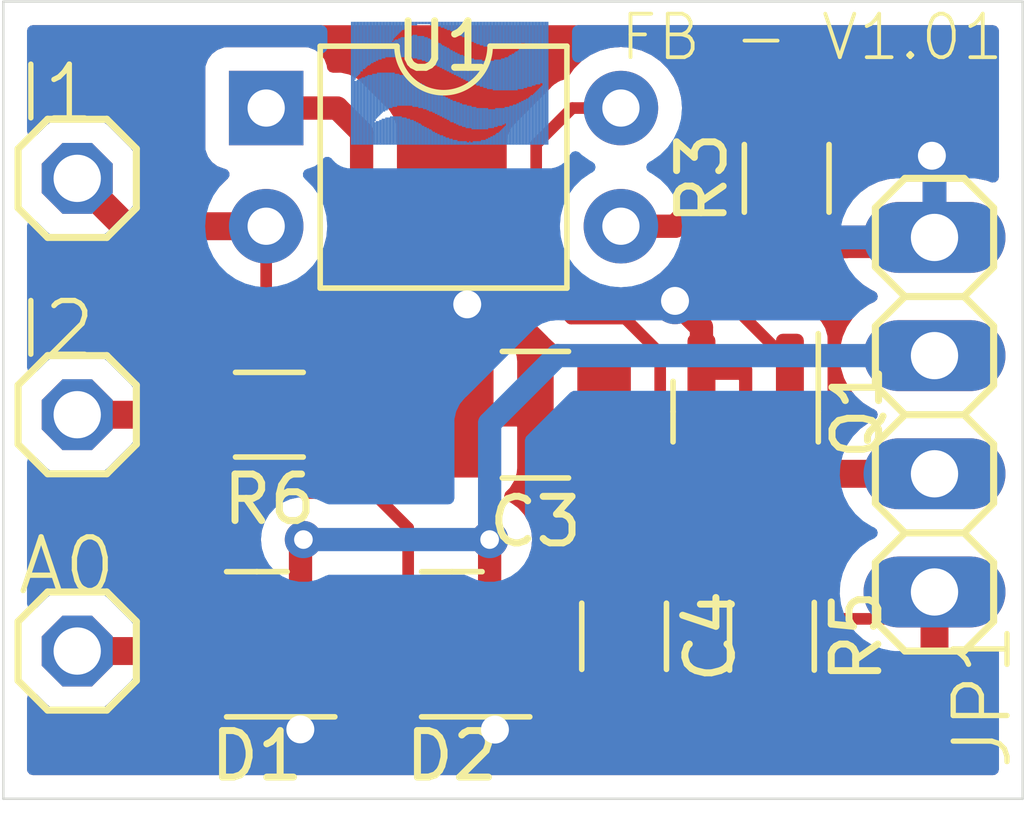
<source format=kicad_pcb>
(kicad_pcb (version 20211014) (generator pcbnew)
  (layers (0 "F.Cu" signal) (31 "B.Cu" signal) (34 "B.Paste" user) (35 "F.Paste" user) (36 "B.SilkS" user "B.Silkscreen") (37 "F.SilkS" user "F.Silkscreen") (38 "B.Mask" user) (39 "F.Mask" user) (44 "Edge.Cuts" user))
  (net 0 "")
  (net 1 "GND")
  (net 2 "VCC")
  (net 3 "Net-(A0-Pad1)")
  (net 4 "Net-(C3-Pad1)")
  (net 5 "Net-(I2-Pad1)")
  (net 6 "Net-(R6-Pad1)")
  (net 7 "Net-(JP1-Pad2)")
  (net 8 "Net-(R3-Pad2)")
  (net 9 "Net-(I1-Pad1)")
  (footprint "Package_TO_SOT_SMD:SOT-23" (layer "F.Cu") (at 143 110.25 180)
    (fp_text reference "D1")
    (fp_text value "BAT54S")
  )
  (footprint "Capacitor_SMD:C_1206_3216Metric" (layer "F.Cu") (at 150.8886 110.0786 -90)
    (fp_text reference "C4")
    (fp_text value "100nF")
  )
  (footprint "AlimTeleinfoMySensors:FB" (layer "F.Cu") (at 149.25 99.5 90)
    (fp_text reference "U$1" hide)
    (fp_text value "" hide)
  )
  (footprint "Resistor_SMD:R_1206_3216Metric" (layer "F.Cu") (at 143.2686 105.3161 180)
    (fp_text reference "R6")
    (fp_text value "1.2k")
  )
  (footprint "AlimTeleinfoMySensors:1X01" (layer "F.Cu") (at 139.1411 100.2361)
    (fp_text reference "I1")
    (fp_text value "PINHD-1X1")
  )
  (footprint "Resistor_SMD:R_1206_3216Metric" (layer "F.Cu") (at 154.3811 100.2361 90)
    (fp_text reference "R3")
    (fp_text value "10k")
  )
  (footprint "Package_DIP:DIP-4_W7.62mm" (layer "F.Cu") (at 143.2 98.725)
    (fp_text reference "U1")
    (fp_text value "LTV-814")
  )
  (footprint "AlimTeleinfoMySensors:1X04" (layer "F.Cu") (at 157.5561 105.3161 90)
    (fp_text reference "JP1")
    (fp_text value "PINHD-1X4")
  )
  (footprint "Resistor_SMD:R_1206_3216Metric" (layer "F.Cu") (at 154.0636 110.0786 -90)
    (fp_text reference "R5")
    (fp_text value "10k")
  )
  (footprint "Capacitor_SMD:C_1210_3225Metric" (layer "F.Cu") (at 148.9836 105.3161 180)
    (fp_text reference "C3")
    (fp_text value "10µF")
  )
  (footprint "AlimTeleinfoMySensors:1X01" (layer "F.Cu") (at 139.1411 110.3961)
    (fp_text reference "A0")
    (fp_text value "PINHD-1X1")
  )
  (footprint "Package_TO_SOT_SMD:SOT-23" (layer "F.Cu") (at 153.5 105.25 -90)
    (fp_text reference "Q1")
    (fp_text value "BS170F")
  )
  (footprint "AlimTeleinfoMySensors:1X01" (layer "F.Cu") (at 139.1411 105.3161)
    (fp_text reference "I2")
    (fp_text value "PINHD-1X1")
  )
  (footprint "Package_TO_SOT_SMD:SOT-23" (layer "F.Cu") (at 147.1875 110.25 180)
    (fp_text reference "D2")
    (fp_text value "BAT54S")
  )
  (gr_line (start 137.5536 113.5711) (end 159.4486 113.5711) (layer "Edge.Cuts") (width 0.05))
  (gr_line (start 159.4486 96.4361) (end 137.5536 96.4361) (layer "Edge.Cuts") (width 0.05))
  (gr_line (start 137.5536 96.4361) (end 137.5536 113.5711) (layer "Edge.Cuts") (width 0.05))
  (gr_line (start 159.4486 113.5711) (end 159.4486 96.4361) (layer "Edge.Cuts") (width 0.05))
  (gr_text "FB - V1.01" (at 150.75 97.75) (layer "F.SilkS") (effects (font (size 0.93472 0.93472) (thickness 0.08128)) (justify left bottom)))
  (segment (start 143.9375 111.2) (end 143.9375 112.07607) (width 0.25) (layer "F.Cu") (net 1))
  (segment (start 152.55 103.437622) (end 152.55 104.3125) (width 0.5) (layer "F.Cu") (net 1))
  (segment (start 150.535 111.2) (end 150.8886 111.5536) (width 0.25) (layer "F.Cu") (net 1))
  (segment (start 148.125 111.2) (end 148.125 112.073528) (width 0.25) (layer "F.Cu") (net 1))
  (segment (start 147.5086 102.954309) (end 147.518927 102.943982) (width 0.25) (layer "F.Cu") (net 1))
  (segment (start 151.982062 102.869684) (end 152.55 103.437622) (width 0.5) (layer "F.Cu") (net 1))
  (segment (start 147.5086 105.3161) (end 147.5086 102.954309) (width 0.25) (layer "F.Cu") (net 1))
  (segment (start 157.3636 101.6986) (end 157.5561 101.5061) (width 0.5) (layer "F.Cu") (net 1))
  (segment (start 148.125 111.2) (end 150.535 111.2) (width 0.25) (layer "F.Cu") (net 1))
  (segment (start 148.125 112.073528) (end 148.113873 112.084655) (width 0.25) (layer "F.Cu") (net 1))
  (segment (start 154.3811 101.6986) (end 157.3636 101.6986) (width 0.5) (layer "F.Cu") (net 1))
  (segment (start 143.9375 112.07607) (end 143.933631 112.079939) (width 0.25) (layer "F.Cu") (net 1))
  (via (at 151.982062 102.869684) (size 1) (drill 0.6) (layers "F.Cu" "B.Cu") (net 1))
  (via (at 147.518927 102.943982) (size 1) (drill 0.6) (layers "F.Cu" "B.Cu") (net 1))
  (via (at 148.113873 112.084655) (size 1) (drill 0.6) (layers "F.Cu" "B.Cu") (net 1))
  (via (at 143.933631 112.079939) (size 1) (drill 0.6) (layers "F.Cu" "B.Cu") (net 1))
  (via (at 157.5 99.75) (size 1) (drill 0.6) (layers "F.Cu" "B.Cu") (net 1))
  (segment (start 157.5561 99.8061) (end 157.5 99.75) (width 0.25) (layer "B.Cu") (net 1))
  (segment (start 157.5561 101.5061) (end 157.5561 99.8061) (width 0.25) (layer "B.Cu") (net 1))
  (segment (start 149.75 103.25) (end 149 102.5) (width 0.25) (layer "F.Cu") (net 2))
  (segment (start 150.913516 103.25) (end 149.75 103.25) (width 0.25) (layer "F.Cu") (net 2))
  (segment (start 156.7089 111.5411) (end 157.5561 110.6939) (width 0.6) (layer "F.Cu") (net 2))
  (segment (start 149.775 98.725) (end 150.82 98.725) (width 0.25) (layer "F.Cu") (net 2))
  (segment (start 151.6636 104.000084) (end 150.913516 103.25) (width 0.25) (layer "F.Cu") (net 2))
  (segment (start 152.6636 108) (end 151.6636 107) (width 0.25) (layer "F.Cu") (net 2))
  (segment (start 149 99.5) (end 149.775 98.725) (width 0.25) (layer "F.Cu") (net 2))
  (segment (start 153.117584 109.7036) (end 152.6636 109.249616) (width 0.25) (layer "F.Cu") (net 2))
  (segment (start 149 102.5) (end 149 99.5) (width 0.25) (layer "F.Cu") (net 2))
  (segment (start 156.9786 109.7036) (end 153.117584 109.7036) (width 0.25) (layer "F.Cu") (net 2))
  (segment (start 151.6636 107) (end 151.6636 104.000084) (width 0.25) (layer "F.Cu") (net 2))
  (segment (start 152.6636 109.249616) (end 152.6636 108) (width 0.25) (layer "F.Cu") (net 2))
  (segment (start 157.5561 109.1261) (end 156.9786 109.7036) (width 0.25) (layer "F.Cu") (net 2))
  (segment (start 154.0636 111.5411) (end 156.7089 111.5411) (width 0.6) (layer "F.Cu") (net 2))
  (segment (start 157.5561 110.6939) (end 157.5561 109.1261) (width 0.6) (layer "F.Cu") (net 2))
  (segment (start 141.9164 110.3961) (end 142.0625 110.25) (width 0.6) (layer "F.Cu") (net 3))
  (segment (start 139.1411 110.3961) (end 141.9164 110.3961) (width 0.6) (layer "F.Cu") (net 3))
  (segment (start 150.8886 108.6036) (end 150.8886 105.7461) (width 0.5) (layer "F.Cu") (net 4))
  (segment (start 150.1922 109.3) (end 150.8886 108.6036) (width 0.6) (layer "F.Cu") (net 4))
  (segment (start 143.9375 109.3) (end 143.9375 108.0625) (width 0.5) (layer "F.Cu") (net 4))
  (segment (start 143.9375 108.0625) (end 144 108) (width 0.5) (layer "F.Cu") (net 4))
  (segment (start 148 109.175) (end 148.125 109.3) (width 0.5) (layer "F.Cu") (net 4))
  (segment (start 150.8886 105.7461) (end 150.4586 105.3161) (width 0.5) (layer "F.Cu") (net 4))
  (segment (start 143.9375 109.3) (end 143.95 109.3) (width 0.5) (layer "F.Cu") (net 4))
  (segment (start 148.125 109.3) (end 150.1922 109.3) (width 0.6) (layer "F.Cu") (net 4))
  (segment (start 148 108) (end 148 109.175) (width 0.5) (layer "F.Cu") (net 4))
  (via (at 148 108) (size 0.8) (drill 0.4) (layers "F.Cu" "B.Cu") (net 4))
  (via (at 144 108) (size 0.8) (drill 0.4) (layers "F.Cu" "B.Cu") (net 4))
  (segment (start 144 108) (end 148 108) (width 0.5) (layer "B.Cu") (net 4))
  (segment (start 148 105.5) (end 149.4539 104.0461) (width 0.5) (layer "B.Cu") (net 4))
  (segment (start 149.4539 104.0461) (end 157.5561 104.0461) (width 0.5) (layer "B.Cu") (net 4))
  (segment (start 148 108) (end 148 105.5) (width 0.5) (layer "B.Cu") (net 4))
  (segment (start 141.8061 105.3161) (end 139.1411 105.3161) (width 0.6) (layer "F.Cu") (net 5))
  (segment (start 144.7311 105.3161) (end 144.7311 104.5189) (width 0.5) (layer "F.Cu") (net 6))
  (segment (start 144.725 98.725) (end 143.2 98.725) (width 0.5) (layer "F.Cu") (net 6))
  (segment (start 144.7311 104.5189) (end 145.25 104) (width 0.5) (layer "F.Cu") (net 6))
  (segment (start 145.25 104) (end 145.25 99.25) (width 0.5) (layer "F.Cu") (net 6))
  (segment (start 145.25 99.25) (end 144.725 98.725) (width 0.5) (layer "F.Cu") (net 6))
  (segment (start 154.0636 107.3136) (end 153.5 106.75) (width 0.6) (layer "F.Cu") (net 7))
  (segment (start 153.5 106.75) (end 153.5 106.1875) (width 0.6) (layer "F.Cu") (net 7))
  (segment (start 154.0636 107.8136) (end 154.0636 107.3136) (width 0.6) (layer "F.Cu") (net 7))
  (segment (start 154.0636 107.4364) (end 154.0636 107.8136) (width 0.6) (layer "F.Cu") (net 7))
  (segment (start 157.5561 106.5861) (end 154.9139 106.5861) (width 0.6) (layer "F.Cu") (net 7))
  (segment (start 154.0636 108.6161) (end 154.0636 107.8136) (width 0.6) (layer "F.Cu") (net 7))
  (segment (start 154.9139 106.5861) (end 154.0636 107.4364) (width 0.6) (layer "F.Cu") (net 7))
  (segment (start 152.5 100.75) (end 151.985 101.265) (width 0.5) (layer "F.Cu") (net 8))
  (segment (start 154.45 104.3125) (end 154.45 104.2) (width 0.25) (layer "F.Cu") (net 8))
  (segment (start 152.5 101.938053) (end 152.5 100.75) (width 0.25) (layer "F.Cu") (net 8))
  (segment (start 154.3811 98.7736) (end 153.2264 98.7736) (width 0.5) (layer "F.Cu") (net 8))
  (segment (start 151.985 101.265) (end 150.82 101.265) (width 0.5) (layer "F.Cu") (net 8))
  (segment (start 153.25 103) (end 153.25 102.688053) (width 0.25) (layer "F.Cu") (net 8))
  (segment (start 153.25 102.688053) (end 152.5 101.938053) (width 0.25) (layer "F.Cu") (net 8))
  (segment (start 152.5 99.5) (end 152.5 100.75) (width 0.5) (layer "F.Cu") (net 8))
  (segment (start 154.45 104.2) (end 153.25 103) (width 0.25) (layer "F.Cu") (net 8))
  (segment (start 153.2264 98.7736) (end 152.5 99.5) (width 0.5) (layer "F.Cu") (net 8))
  (segment (start 146.25 110.25) (end 146.25 107.75) (width 0.25) (layer "F.Cu") (net 9))
  (segment (start 144 107) (end 143.2 106.2) (width 0.25) (layer "F.Cu") (net 9))
  (segment (start 146.25 107.75) (end 145.5 107) (width 0.25) (layer "F.Cu") (net 9))
  (segment (start 140.17 101.265) (end 139.1411 100.2361) (width 0.6) (layer "F.Cu") (net 9))
  (segment (start 145.5 107) (end 144 107) (width 0.25) (layer "F.Cu") (net 9))
  (segment (start 143.2 106.2) (end 143.2 101.265) (width 0.25) (layer "F.Cu") (net 9))
  (segment (start 143.2 101.265) (end 140.17 101.265) (width 0.6) (layer "F.Cu") (net 9))
  (zone (net 1) (net_name "GND") (layer "F.Cu") (connect_pads (clearance 0.508)) (min_thickness 0.254) (fill yes (thermal_gap 0.508) (thermal_bridge_width 0.508))
    (polygon (pts (xy 159.5 113.5) (xy 137.5 113.5) (xy 137.5 96.5) (xy 159.5 96.5)))
  )
  (zone (net 0) (net_name "") (layer "F.Cu") (connect_pads (clearance 0.508)) (min_thickness 0.254) (fill yes (thermal_gap 0.508) (thermal_bridge_width 0.508))
    (polygon (pts (xy 137.5536 111.6661) (xy 140.4111 111.6661) (xy 140.4111 109.1261) (xy 137.5536 109.1261)))
  )
  (zone (net 0) (net_name "") (layer "F.Cu") (connect_pads (clearance 0.508)) (min_thickness 0.254) (fill yes (thermal_gap 0.508) (thermal_bridge_width 0.508))
    (polygon (pts (xy 137.5536 106.5861) (xy 140.4111 106.5861) (xy 140.4111 104.0461) (xy 137.5536 104.0461)))
  )
  (zone (net 1) (net_name "GND") (layer "B.Cu") (connect_pads (clearance 0.508)) (min_thickness 0.254) (fill yes (thermal_gap 0.508) (thermal_bridge_width 0.508))
    (polygon (pts (xy 159.416773 113.486573) (xy 137.624897 113.557905) (xy 137.553565 113.557905) (xy 137.482233 96.438264) (xy 159.452439 96.402598)))
  )
  (zone (net 0) (net_name "") (layer "B.Cu") (connect_pads (clearance 0.508)) (min_thickness 0.254) (fill yes (thermal_gap 0.508) (thermal_bridge_width 0.508))
    (polygon (pts (xy 137.5536 111.6661) (xy 140.4111 111.6661) (xy 140.4111 109.1261) (xy 137.5536 109.1261)))
  )
  (zone (net 0) (net_name "") (layer "B.Cu") (connect_pads (clearance 0.508)) (min_thickness 0.254) (fill yes (thermal_gap 0.508) (thermal_bridge_width 0.508))
    (polygon (pts (xy 137.5536 106.5861) (xy 140.4111 106.5861) (xy 140.4111 104.0461) (xy 137.5536 104.0461)))
  )
  (zone (net 1) (net_name "GND") (layer "B.Cu") (connect_pads (clearance 0.508)) (min_thickness 0.254) (fill yes (thermal_gap 0.508) (thermal_bridge_width 0.508))
    (polygon (pts (xy 159.5 113.5) (xy 137.5 113.5) (xy 137.5 96.5) (xy 159.5 96.5)))
  )
)
</source>
